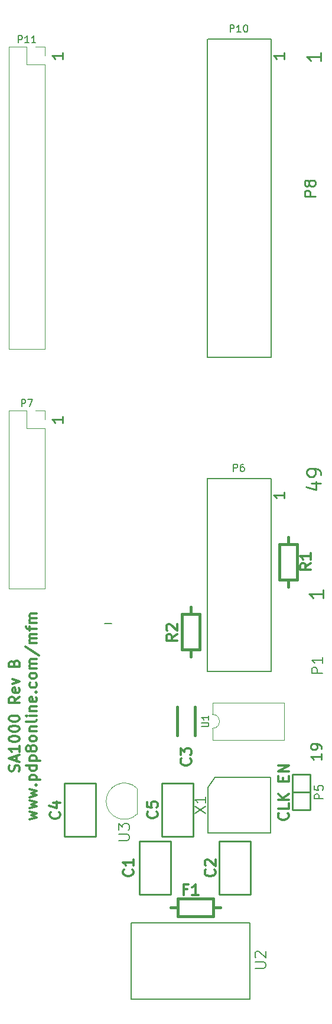
<source format=gto>
G04 #@! TF.FileFunction,Legend,Top*
%FSLAX46Y46*%
G04 Gerber Fmt 4.6, Leading zero omitted, Abs format (unit mm)*
G04 Created by KiCad (PCBNEW (after 2015-mar-04 BZR unknown)-product) date Fri 15 Feb 2019 07:31:32 AM EST*
%MOMM*%
G01*
G04 APERTURE LIST*
%ADD10C,0.020000*%
%ADD11C,0.200000*%
%ADD12C,0.300000*%
%ADD13C,0.254000*%
%ADD14C,0.304800*%
%ADD15C,0.152400*%
%ADD16C,0.120000*%
%ADD17C,0.248920*%
%ADD18C,0.381000*%
%ADD19C,0.203200*%
%ADD20C,0.150000*%
G04 APERTURE END LIST*
D10*
D11*
X88646000Y-111760000D02*
X89662000Y-111760000D01*
D12*
X76362057Y-132878287D02*
X76434629Y-132660573D01*
X76434629Y-132297716D01*
X76362057Y-132152573D01*
X76289486Y-132080002D01*
X76144343Y-132007430D01*
X75999200Y-132007430D01*
X75854057Y-132080002D01*
X75781486Y-132152573D01*
X75708914Y-132297716D01*
X75636343Y-132588002D01*
X75563771Y-132733144D01*
X75491200Y-132805716D01*
X75346057Y-132878287D01*
X75200914Y-132878287D01*
X75055771Y-132805716D01*
X74983200Y-132733144D01*
X74910629Y-132588002D01*
X74910629Y-132225144D01*
X74983200Y-132007430D01*
X75999200Y-131426858D02*
X75999200Y-130701144D01*
X76434629Y-131572001D02*
X74910629Y-131064001D01*
X76434629Y-130556001D01*
X76434629Y-129249715D02*
X76434629Y-130120572D01*
X76434629Y-129685144D02*
X74910629Y-129685144D01*
X75128343Y-129830287D01*
X75273486Y-129975429D01*
X75346057Y-130120572D01*
X74910629Y-128306286D02*
X74910629Y-128161143D01*
X74983200Y-128016000D01*
X75055771Y-127943429D01*
X75200914Y-127870858D01*
X75491200Y-127798286D01*
X75854057Y-127798286D01*
X76144343Y-127870858D01*
X76289486Y-127943429D01*
X76362057Y-128016000D01*
X76434629Y-128161143D01*
X76434629Y-128306286D01*
X76362057Y-128451429D01*
X76289486Y-128524000D01*
X76144343Y-128596572D01*
X75854057Y-128669143D01*
X75491200Y-128669143D01*
X75200914Y-128596572D01*
X75055771Y-128524000D01*
X74983200Y-128451429D01*
X74910629Y-128306286D01*
X74910629Y-126854857D02*
X74910629Y-126709714D01*
X74983200Y-126564571D01*
X75055771Y-126492000D01*
X75200914Y-126419429D01*
X75491200Y-126346857D01*
X75854057Y-126346857D01*
X76144343Y-126419429D01*
X76289486Y-126492000D01*
X76362057Y-126564571D01*
X76434629Y-126709714D01*
X76434629Y-126854857D01*
X76362057Y-127000000D01*
X76289486Y-127072571D01*
X76144343Y-127145143D01*
X75854057Y-127217714D01*
X75491200Y-127217714D01*
X75200914Y-127145143D01*
X75055771Y-127072571D01*
X74983200Y-127000000D01*
X74910629Y-126854857D01*
X74910629Y-125403428D02*
X74910629Y-125258285D01*
X74983200Y-125113142D01*
X75055771Y-125040571D01*
X75200914Y-124968000D01*
X75491200Y-124895428D01*
X75854057Y-124895428D01*
X76144343Y-124968000D01*
X76289486Y-125040571D01*
X76362057Y-125113142D01*
X76434629Y-125258285D01*
X76434629Y-125403428D01*
X76362057Y-125548571D01*
X76289486Y-125621142D01*
X76144343Y-125693714D01*
X75854057Y-125766285D01*
X75491200Y-125766285D01*
X75200914Y-125693714D01*
X75055771Y-125621142D01*
X74983200Y-125548571D01*
X74910629Y-125403428D01*
X76434629Y-122210285D02*
X75708914Y-122718285D01*
X76434629Y-123081142D02*
X74910629Y-123081142D01*
X74910629Y-122500570D01*
X74983200Y-122355428D01*
X75055771Y-122282856D01*
X75200914Y-122210285D01*
X75418629Y-122210285D01*
X75563771Y-122282856D01*
X75636343Y-122355428D01*
X75708914Y-122500570D01*
X75708914Y-123081142D01*
X76362057Y-120976570D02*
X76434629Y-121121713D01*
X76434629Y-121411999D01*
X76362057Y-121557142D01*
X76216914Y-121629713D01*
X75636343Y-121629713D01*
X75491200Y-121557142D01*
X75418629Y-121411999D01*
X75418629Y-121121713D01*
X75491200Y-120976570D01*
X75636343Y-120903999D01*
X75781486Y-120903999D01*
X75926629Y-121629713D01*
X75418629Y-120395999D02*
X76434629Y-120033142D01*
X75418629Y-119670284D01*
X75636343Y-117420570D02*
X75708914Y-117202856D01*
X75781486Y-117130284D01*
X75926629Y-117057713D01*
X76144343Y-117057713D01*
X76289486Y-117130284D01*
X76362057Y-117202856D01*
X76434629Y-117347998D01*
X76434629Y-117928570D01*
X74910629Y-117928570D01*
X74910629Y-117420570D01*
X74983200Y-117275427D01*
X75055771Y-117202856D01*
X75200914Y-117130284D01*
X75346057Y-117130284D01*
X75491200Y-117202856D01*
X75563771Y-117275427D01*
X75636343Y-117420570D01*
X75636343Y-117928570D01*
X77852229Y-139772570D02*
X78868229Y-139482284D01*
X78142514Y-139191998D01*
X78868229Y-138901713D01*
X77852229Y-138611427D01*
X77852229Y-138175999D02*
X78868229Y-137885713D01*
X78142514Y-137595427D01*
X78868229Y-137305142D01*
X77852229Y-137014856D01*
X77852229Y-136579428D02*
X78868229Y-136289142D01*
X78142514Y-135998856D01*
X78868229Y-135708571D01*
X77852229Y-135418285D01*
X78723086Y-134837714D02*
X78795657Y-134765142D01*
X78868229Y-134837714D01*
X78795657Y-134910285D01*
X78723086Y-134837714D01*
X78868229Y-134837714D01*
X77852229Y-134112000D02*
X79376229Y-134112000D01*
X77924800Y-134112000D02*
X77852229Y-133966857D01*
X77852229Y-133676571D01*
X77924800Y-133531428D01*
X77997371Y-133458857D01*
X78142514Y-133386286D01*
X78577943Y-133386286D01*
X78723086Y-133458857D01*
X78795657Y-133531428D01*
X78868229Y-133676571D01*
X78868229Y-133966857D01*
X78795657Y-134112000D01*
X78868229Y-132080000D02*
X77344229Y-132080000D01*
X78795657Y-132080000D02*
X78868229Y-132225143D01*
X78868229Y-132515429D01*
X78795657Y-132660571D01*
X78723086Y-132733143D01*
X78577943Y-132805714D01*
X78142514Y-132805714D01*
X77997371Y-132733143D01*
X77924800Y-132660571D01*
X77852229Y-132515429D01*
X77852229Y-132225143D01*
X77924800Y-132080000D01*
X77852229Y-131354286D02*
X79376229Y-131354286D01*
X77924800Y-131354286D02*
X77852229Y-131209143D01*
X77852229Y-130918857D01*
X77924800Y-130773714D01*
X77997371Y-130701143D01*
X78142514Y-130628572D01*
X78577943Y-130628572D01*
X78723086Y-130701143D01*
X78795657Y-130773714D01*
X78868229Y-130918857D01*
X78868229Y-131209143D01*
X78795657Y-131354286D01*
X77997371Y-129757715D02*
X77924800Y-129902857D01*
X77852229Y-129975429D01*
X77707086Y-130048000D01*
X77634514Y-130048000D01*
X77489371Y-129975429D01*
X77416800Y-129902857D01*
X77344229Y-129757715D01*
X77344229Y-129467429D01*
X77416800Y-129322286D01*
X77489371Y-129249715D01*
X77634514Y-129177143D01*
X77707086Y-129177143D01*
X77852229Y-129249715D01*
X77924800Y-129322286D01*
X77997371Y-129467429D01*
X77997371Y-129757715D01*
X78069943Y-129902857D01*
X78142514Y-129975429D01*
X78287657Y-130048000D01*
X78577943Y-130048000D01*
X78723086Y-129975429D01*
X78795657Y-129902857D01*
X78868229Y-129757715D01*
X78868229Y-129467429D01*
X78795657Y-129322286D01*
X78723086Y-129249715D01*
X78577943Y-129177143D01*
X78287657Y-129177143D01*
X78142514Y-129249715D01*
X78069943Y-129322286D01*
X77997371Y-129467429D01*
X78868229Y-128306286D02*
X78795657Y-128451428D01*
X78723086Y-128524000D01*
X78577943Y-128596571D01*
X78142514Y-128596571D01*
X77997371Y-128524000D01*
X77924800Y-128451428D01*
X77852229Y-128306286D01*
X77852229Y-128088571D01*
X77924800Y-127943428D01*
X77997371Y-127870857D01*
X78142514Y-127798286D01*
X78577943Y-127798286D01*
X78723086Y-127870857D01*
X78795657Y-127943428D01*
X78868229Y-128088571D01*
X78868229Y-128306286D01*
X77852229Y-127145143D02*
X78868229Y-127145143D01*
X77997371Y-127145143D02*
X77924800Y-127072571D01*
X77852229Y-126927429D01*
X77852229Y-126709714D01*
X77924800Y-126564571D01*
X78069943Y-126492000D01*
X78868229Y-126492000D01*
X78868229Y-125548572D02*
X78795657Y-125693714D01*
X78650514Y-125766286D01*
X77344229Y-125766286D01*
X78868229Y-124968000D02*
X77852229Y-124968000D01*
X77344229Y-124968000D02*
X77416800Y-125040571D01*
X77489371Y-124968000D01*
X77416800Y-124895428D01*
X77344229Y-124968000D01*
X77489371Y-124968000D01*
X77852229Y-124242286D02*
X78868229Y-124242286D01*
X77997371Y-124242286D02*
X77924800Y-124169714D01*
X77852229Y-124024572D01*
X77852229Y-123806857D01*
X77924800Y-123661714D01*
X78069943Y-123589143D01*
X78868229Y-123589143D01*
X78795657Y-122282857D02*
X78868229Y-122428000D01*
X78868229Y-122718286D01*
X78795657Y-122863429D01*
X78650514Y-122936000D01*
X78069943Y-122936000D01*
X77924800Y-122863429D01*
X77852229Y-122718286D01*
X77852229Y-122428000D01*
X77924800Y-122282857D01*
X78069943Y-122210286D01*
X78215086Y-122210286D01*
X78360229Y-122936000D01*
X78723086Y-121557143D02*
X78795657Y-121484571D01*
X78868229Y-121557143D01*
X78795657Y-121629714D01*
X78723086Y-121557143D01*
X78868229Y-121557143D01*
X78795657Y-120178286D02*
X78868229Y-120323429D01*
X78868229Y-120613715D01*
X78795657Y-120758857D01*
X78723086Y-120831429D01*
X78577943Y-120904000D01*
X78142514Y-120904000D01*
X77997371Y-120831429D01*
X77924800Y-120758857D01*
X77852229Y-120613715D01*
X77852229Y-120323429D01*
X77924800Y-120178286D01*
X78868229Y-119307429D02*
X78795657Y-119452571D01*
X78723086Y-119525143D01*
X78577943Y-119597714D01*
X78142514Y-119597714D01*
X77997371Y-119525143D01*
X77924800Y-119452571D01*
X77852229Y-119307429D01*
X77852229Y-119089714D01*
X77924800Y-118944571D01*
X77997371Y-118872000D01*
X78142514Y-118799429D01*
X78577943Y-118799429D01*
X78723086Y-118872000D01*
X78795657Y-118944571D01*
X78868229Y-119089714D01*
X78868229Y-119307429D01*
X78868229Y-118146286D02*
X77852229Y-118146286D01*
X77997371Y-118146286D02*
X77924800Y-118073714D01*
X77852229Y-117928572D01*
X77852229Y-117710857D01*
X77924800Y-117565714D01*
X78069943Y-117493143D01*
X78868229Y-117493143D01*
X78069943Y-117493143D02*
X77924800Y-117420572D01*
X77852229Y-117275429D01*
X77852229Y-117057714D01*
X77924800Y-116912572D01*
X78069943Y-116840000D01*
X78868229Y-116840000D01*
X77271657Y-115025714D02*
X79231086Y-116332000D01*
X78868229Y-114517715D02*
X77852229Y-114517715D01*
X77997371Y-114517715D02*
X77924800Y-114445143D01*
X77852229Y-114300001D01*
X77852229Y-114082286D01*
X77924800Y-113937143D01*
X78069943Y-113864572D01*
X78868229Y-113864572D01*
X78069943Y-113864572D02*
X77924800Y-113792001D01*
X77852229Y-113646858D01*
X77852229Y-113429143D01*
X77924800Y-113284001D01*
X78069943Y-113211429D01*
X78868229Y-113211429D01*
X77852229Y-112703429D02*
X77852229Y-112122858D01*
X78868229Y-112485715D02*
X77561943Y-112485715D01*
X77416800Y-112413143D01*
X77344229Y-112268001D01*
X77344229Y-112122858D01*
X78868229Y-111614858D02*
X77852229Y-111614858D01*
X77997371Y-111614858D02*
X77924800Y-111542286D01*
X77852229Y-111397144D01*
X77852229Y-111179429D01*
X77924800Y-111034286D01*
X78069943Y-110961715D01*
X78868229Y-110961715D01*
X78069943Y-110961715D02*
X77924800Y-110889144D01*
X77852229Y-110744001D01*
X77852229Y-110526286D01*
X77924800Y-110381144D01*
X78069943Y-110308572D01*
X78868229Y-110308572D01*
D13*
X82604429Y-82114571D02*
X82604429Y-82985428D01*
X82604429Y-82550000D02*
X81080429Y-82550000D01*
X81298143Y-82695143D01*
X81443286Y-82840285D01*
X81515857Y-82985428D01*
X82604429Y-30044571D02*
X82604429Y-30915428D01*
X82604429Y-30480000D02*
X81080429Y-30480000D01*
X81298143Y-30625143D01*
X81443286Y-30770285D01*
X81515857Y-30915428D01*
X114354429Y-30044571D02*
X114354429Y-30915428D01*
X114354429Y-30480000D02*
X112830429Y-30480000D01*
X113048143Y-30625143D01*
X113193286Y-30770285D01*
X113265857Y-30915428D01*
X114354429Y-92909571D02*
X114354429Y-93780428D01*
X114354429Y-93345000D02*
X112830429Y-93345000D01*
X113048143Y-93490143D01*
X113193286Y-93635285D01*
X113265857Y-93780428D01*
D14*
X114844286Y-138865428D02*
X114916857Y-138937999D01*
X114989429Y-139155713D01*
X114989429Y-139300856D01*
X114916857Y-139518571D01*
X114771714Y-139663713D01*
X114626571Y-139736285D01*
X114336286Y-139808856D01*
X114118571Y-139808856D01*
X113828286Y-139736285D01*
X113683143Y-139663713D01*
X113538000Y-139518571D01*
X113465429Y-139300856D01*
X113465429Y-139155713D01*
X113538000Y-138937999D01*
X113610571Y-138865428D01*
X114989429Y-137486571D02*
X114989429Y-138212285D01*
X113465429Y-138212285D01*
X114989429Y-136978571D02*
X113465429Y-136978571D01*
X114989429Y-136107714D02*
X114118571Y-136760857D01*
X113465429Y-136107714D02*
X114336286Y-136978571D01*
X114191143Y-134293428D02*
X114191143Y-133785428D01*
X114989429Y-133567714D02*
X114989429Y-134293428D01*
X113465429Y-134293428D01*
X113465429Y-133567714D01*
X114989429Y-132914571D02*
X113465429Y-132914571D01*
X114989429Y-132043714D01*
X113465429Y-132043714D01*
D15*
X92456000Y-165481000D02*
X93726000Y-165481000D01*
X92456000Y-154559000D02*
X93726000Y-154559000D01*
X109474000Y-154559000D02*
X109474000Y-165481000D01*
X109474000Y-165481000D02*
X93726000Y-165481000D01*
X92456000Y-165481000D02*
X92456000Y-154559000D01*
X93726000Y-154559000D02*
X109474000Y-154559000D01*
D13*
X115570000Y-135890000D02*
X118110000Y-135890000D01*
X115570000Y-138430000D02*
X118110000Y-138430000D01*
X118110000Y-138430000D02*
X118110000Y-135890000D01*
X118110000Y-135890000D02*
X118110000Y-133350000D01*
X118110000Y-133350000D02*
X115570000Y-133350000D01*
X115570000Y-133350000D02*
X115570000Y-138430000D01*
D15*
X111912400Y-28092400D02*
X112522000Y-28092400D01*
X112522000Y-28092400D02*
X112522000Y-28244800D01*
X104546400Y-28092400D02*
X103428800Y-28092400D01*
X103378000Y-73609200D02*
X104444800Y-73609200D01*
X112217200Y-73609200D02*
X112522000Y-73609200D01*
X112522000Y-73609200D02*
X112522000Y-73558400D01*
X112522000Y-28244800D02*
X112522000Y-73609200D01*
X103378000Y-73609200D02*
X103378000Y-28041600D01*
X112217200Y-73609200D02*
X104444800Y-73609200D01*
X111963200Y-28092400D02*
X104546400Y-28092400D01*
X104546400Y-28092400D02*
X104597200Y-28092400D01*
X111912400Y-90957400D02*
X112522000Y-90957400D01*
X112522000Y-90957400D02*
X112522000Y-91109800D01*
X104546400Y-90957400D02*
X103428800Y-90957400D01*
X103327200Y-118592600D02*
X104394000Y-118592600D01*
X112166400Y-118592600D02*
X112471200Y-118592600D01*
X112471200Y-118592600D02*
X112471200Y-118541800D01*
X112522000Y-91109800D02*
X112522000Y-118592600D01*
X103378000Y-118592600D02*
X103378000Y-90906600D01*
X112166400Y-118592600D02*
X104394000Y-118592600D01*
X111963200Y-90957400D02*
X104546400Y-90957400D01*
X104546400Y-90957400D02*
X104597200Y-90957400D01*
D16*
X93290000Y-138960000D02*
X93290000Y-135360000D01*
X93278478Y-138998478D02*
G75*
G02X88840000Y-137160000I-1838478J1838478D01*
G01*
X93278478Y-135321522D02*
G75*
G03X88840000Y-137160000I-1838478J-1838478D01*
G01*
D17*
X93649800Y-150495000D02*
X98120200Y-150495000D01*
X93649800Y-142875000D02*
X98120200Y-142875000D01*
D13*
X98120200Y-142875000D02*
X98120200Y-150495000D01*
X93649800Y-150495000D02*
X93649800Y-142875000D01*
D17*
X109550200Y-142875000D02*
X105079800Y-142875000D01*
X109550200Y-150495000D02*
X105079800Y-150495000D01*
D13*
X105079800Y-150495000D02*
X105079800Y-142875000D01*
X109550200Y-142875000D02*
X109550200Y-150495000D01*
D18*
X99060000Y-123698000D02*
X99060000Y-127762000D01*
X101600000Y-127762000D02*
X101600000Y-123698000D01*
D16*
X80070000Y-106740000D02*
X74870000Y-106740000D01*
X80070000Y-83820000D02*
X80070000Y-106740000D01*
X74870000Y-81220000D02*
X74870000Y-106740000D01*
X80070000Y-83820000D02*
X77470000Y-83820000D01*
X77470000Y-83820000D02*
X77470000Y-81220000D01*
X77470000Y-81220000D02*
X74870000Y-81220000D01*
X80070000Y-82550000D02*
X80070000Y-81220000D01*
X80070000Y-81220000D02*
X78740000Y-81220000D01*
X80070000Y-72450000D02*
X74870000Y-72450000D01*
X80070000Y-31750000D02*
X80070000Y-72450000D01*
X74870000Y-29150000D02*
X74870000Y-72450000D01*
X80070000Y-31750000D02*
X77470000Y-31750000D01*
X77470000Y-31750000D02*
X77470000Y-29150000D01*
X77470000Y-29150000D02*
X74870000Y-29150000D01*
X80070000Y-30480000D02*
X80070000Y-29150000D01*
X80070000Y-29150000D02*
X78740000Y-29150000D01*
X104080000Y-124730000D02*
G75*
G02X104080000Y-126730000I0J-1000000D01*
G01*
X104080000Y-126730000D02*
X104080000Y-128380000D01*
X104080000Y-128380000D02*
X114360000Y-128380000D01*
X114360000Y-128380000D02*
X114360000Y-123080000D01*
X114360000Y-123080000D02*
X104080000Y-123080000D01*
X104080000Y-123080000D02*
X104080000Y-124730000D01*
D17*
X87325200Y-134620000D02*
X82854800Y-134620000D01*
X87325200Y-142240000D02*
X82854800Y-142240000D01*
D13*
X82854800Y-142240000D02*
X82854800Y-134620000D01*
X87325200Y-134620000D02*
X87325200Y-142240000D01*
D17*
X96824800Y-142240000D02*
X101295200Y-142240000D01*
X96824800Y-134620000D02*
X101295200Y-134620000D01*
D13*
X101295200Y-134620000D02*
X101295200Y-142240000D01*
X96824800Y-142240000D02*
X96824800Y-134620000D01*
D15*
X103410000Y-141700000D02*
X103410000Y-135200000D01*
X103410000Y-135200000D02*
X104410000Y-133700000D01*
X104410000Y-133700000D02*
X111910000Y-133700000D01*
X111910000Y-133700000D02*
X112410000Y-133700000D01*
X112410000Y-133700000D02*
X112410000Y-141700000D01*
X112410000Y-141700000D02*
X103410000Y-141700000D01*
D18*
X114935000Y-100408740D02*
X114935000Y-99392740D01*
X114935000Y-105488740D02*
X114935000Y-106504740D01*
X116205000Y-100408740D02*
X116205000Y-105488740D01*
X116205000Y-105488740D02*
X113665000Y-105488740D01*
X113665000Y-105488740D02*
X113665000Y-100408740D01*
X113665000Y-100408740D02*
X116205000Y-100408740D01*
X100965000Y-115491260D02*
X100965000Y-116507260D01*
X100965000Y-110411260D02*
X100965000Y-109395260D01*
X99695000Y-115491260D02*
X99695000Y-110411260D01*
X99695000Y-110411260D02*
X102235000Y-110411260D01*
X102235000Y-110411260D02*
X102235000Y-115491260D01*
X102235000Y-115491260D02*
X99695000Y-115491260D01*
X99138740Y-152400000D02*
X98122740Y-152400000D01*
X104218740Y-152400000D02*
X105234740Y-152400000D01*
X99138740Y-151130000D02*
X104218740Y-151130000D01*
X104218740Y-151130000D02*
X104218740Y-153670000D01*
X104218740Y-153670000D02*
X99138740Y-153670000D01*
X99138740Y-153670000D02*
X99138740Y-151130000D01*
D15*
X110163429Y-161054143D02*
X111397143Y-161054143D01*
X111542286Y-160981571D01*
X111614857Y-160909000D01*
X111687429Y-160763857D01*
X111687429Y-160473571D01*
X111614857Y-160328429D01*
X111542286Y-160255857D01*
X111397143Y-160183286D01*
X110163429Y-160183286D01*
X110308571Y-159530143D02*
X110236000Y-159457572D01*
X110163429Y-159312429D01*
X110163429Y-158949572D01*
X110236000Y-158804429D01*
X110308571Y-158731858D01*
X110453714Y-158659286D01*
X110598857Y-158659286D01*
X110816571Y-158731858D01*
X111687429Y-159602715D01*
X111687429Y-158659286D01*
D19*
X119954524Y-136827381D02*
X118684524Y-136827381D01*
X118684524Y-136343572D01*
X118745000Y-136222619D01*
X118805476Y-136162143D01*
X118926429Y-136101667D01*
X119107857Y-136101667D01*
X119228810Y-136162143D01*
X119289286Y-136222619D01*
X119349762Y-136343572D01*
X119349762Y-136827381D01*
X118684524Y-134952619D02*
X118684524Y-135557381D01*
X119289286Y-135617857D01*
X119228810Y-135557381D01*
X119168333Y-135436429D01*
X119168333Y-135134048D01*
X119228810Y-135013095D01*
X119289286Y-134952619D01*
X119410238Y-134892143D01*
X119712619Y-134892143D01*
X119833571Y-134952619D01*
X119894048Y-135013095D01*
X119954524Y-135134048D01*
X119954524Y-135436429D01*
X119894048Y-135557381D01*
X119833571Y-135617857D01*
D15*
X106614686Y-27078819D02*
X106614686Y-26062819D01*
X107001733Y-26062819D01*
X107098495Y-26111200D01*
X107146876Y-26159581D01*
X107195257Y-26256343D01*
X107195257Y-26401486D01*
X107146876Y-26498248D01*
X107098495Y-26546629D01*
X107001733Y-26595010D01*
X106614686Y-26595010D01*
X108162876Y-27078819D02*
X107582305Y-27078819D01*
X107872591Y-27078819D02*
X107872591Y-26062819D01*
X107775829Y-26207962D01*
X107679067Y-26304724D01*
X107582305Y-26353105D01*
X108791829Y-26062819D02*
X108888590Y-26062819D01*
X108985352Y-26111200D01*
X109033733Y-26159581D01*
X109082114Y-26256343D01*
X109130495Y-26449867D01*
X109130495Y-26691771D01*
X109082114Y-26885295D01*
X109033733Y-26982057D01*
X108985352Y-27030438D01*
X108888590Y-27078819D01*
X108791829Y-27078819D01*
X108695067Y-27030438D01*
X108646686Y-26982057D01*
X108598305Y-26885295D01*
X108549924Y-26691771D01*
X108549924Y-26449867D01*
X108598305Y-26256343D01*
X108646686Y-26159581D01*
X108695067Y-26111200D01*
X108791829Y-26062819D01*
X107098496Y-89943819D02*
X107098496Y-88927819D01*
X107485543Y-88927819D01*
X107582305Y-88976200D01*
X107630686Y-89024581D01*
X107679067Y-89121343D01*
X107679067Y-89266486D01*
X107630686Y-89363248D01*
X107582305Y-89411629D01*
X107485543Y-89460010D01*
X107098496Y-89460010D01*
X108549924Y-88927819D02*
X108356401Y-88927819D01*
X108259639Y-88976200D01*
X108211258Y-89024581D01*
X108114496Y-89169724D01*
X108066115Y-89363248D01*
X108066115Y-89750295D01*
X108114496Y-89847057D01*
X108162877Y-89895438D01*
X108259639Y-89943819D01*
X108453162Y-89943819D01*
X108549924Y-89895438D01*
X108598305Y-89847057D01*
X108646686Y-89750295D01*
X108646686Y-89508390D01*
X108598305Y-89411629D01*
X108549924Y-89363248D01*
X108453162Y-89314867D01*
X108259639Y-89314867D01*
X108162877Y-89363248D01*
X108114496Y-89411629D01*
X108066115Y-89508390D01*
X90605429Y-142766143D02*
X91839143Y-142766143D01*
X91984286Y-142693571D01*
X92056857Y-142621000D01*
X92129429Y-142475857D01*
X92129429Y-142185571D01*
X92056857Y-142040429D01*
X91984286Y-141967857D01*
X91839143Y-141895286D01*
X90605429Y-141895286D01*
X90605429Y-141314715D02*
X90605429Y-140371286D01*
X91186000Y-140879286D01*
X91186000Y-140661572D01*
X91258571Y-140516429D01*
X91331143Y-140443858D01*
X91476286Y-140371286D01*
X91839143Y-140371286D01*
X91984286Y-140443858D01*
X92056857Y-140516429D01*
X92129429Y-140661572D01*
X92129429Y-141097000D01*
X92056857Y-141242143D01*
X91984286Y-141314715D01*
D13*
X118799429Y-50604057D02*
X117275429Y-50604057D01*
X117275429Y-50023485D01*
X117348000Y-49878343D01*
X117420571Y-49805771D01*
X117565714Y-49733200D01*
X117783429Y-49733200D01*
X117928571Y-49805771D01*
X118001143Y-49878343D01*
X118073714Y-50023485D01*
X118073714Y-50604057D01*
X117928571Y-48862343D02*
X117856000Y-49007485D01*
X117783429Y-49080057D01*
X117638286Y-49152628D01*
X117565714Y-49152628D01*
X117420571Y-49080057D01*
X117348000Y-49007485D01*
X117275429Y-48862343D01*
X117275429Y-48572057D01*
X117348000Y-48426914D01*
X117420571Y-48354343D01*
X117565714Y-48281771D01*
X117638286Y-48281771D01*
X117783429Y-48354343D01*
X117856000Y-48426914D01*
X117928571Y-48572057D01*
X117928571Y-48862343D01*
X118001143Y-49007485D01*
X118073714Y-49080057D01*
X118218857Y-49152628D01*
X118509143Y-49152628D01*
X118654286Y-49080057D01*
X118726857Y-49007485D01*
X118799429Y-48862343D01*
X118799429Y-48572057D01*
X118726857Y-48426914D01*
X118654286Y-48354343D01*
X118509143Y-48281771D01*
X118218857Y-48281771D01*
X118073714Y-48354343D01*
X118001143Y-48426914D01*
X117928571Y-48572057D01*
X118284171Y-91664971D02*
X119638838Y-91664971D01*
X117510076Y-92148781D02*
X118961505Y-92632590D01*
X118961505Y-91374686D01*
X119638838Y-90503829D02*
X119638838Y-90116781D01*
X119542076Y-89923257D01*
X119445314Y-89826495D01*
X119155029Y-89632971D01*
X118767981Y-89536210D01*
X117993886Y-89536210D01*
X117800362Y-89632971D01*
X117703600Y-89729733D01*
X117606838Y-89923257D01*
X117606838Y-90310305D01*
X117703600Y-90503829D01*
X117800362Y-90600590D01*
X117993886Y-90697352D01*
X118477695Y-90697352D01*
X118671219Y-90600590D01*
X118767981Y-90503829D01*
X118864743Y-90310305D01*
X118864743Y-89923257D01*
X118767981Y-89729733D01*
X118671219Y-89632971D01*
X118477695Y-89536210D01*
X119588038Y-30051829D02*
X119588038Y-31212971D01*
X119588038Y-30632400D02*
X117556038Y-30632400D01*
X117846324Y-30825924D01*
X118039848Y-31019448D01*
X118136610Y-31212971D01*
D14*
X92619286Y-146939000D02*
X92691857Y-147011571D01*
X92764429Y-147229285D01*
X92764429Y-147374428D01*
X92691857Y-147592143D01*
X92546714Y-147737285D01*
X92401571Y-147809857D01*
X92111286Y-147882428D01*
X91893571Y-147882428D01*
X91603286Y-147809857D01*
X91458143Y-147737285D01*
X91313000Y-147592143D01*
X91240429Y-147374428D01*
X91240429Y-147229285D01*
X91313000Y-147011571D01*
X91385571Y-146939000D01*
X92764429Y-145487571D02*
X92764429Y-146358428D01*
X92764429Y-145923000D02*
X91240429Y-145923000D01*
X91458143Y-146068143D01*
X91603286Y-146213285D01*
X91675857Y-146358428D01*
X104354086Y-146964400D02*
X104426657Y-147036971D01*
X104499229Y-147254685D01*
X104499229Y-147399828D01*
X104426657Y-147617543D01*
X104281514Y-147762685D01*
X104136371Y-147835257D01*
X103846086Y-147907828D01*
X103628371Y-147907828D01*
X103338086Y-147835257D01*
X103192943Y-147762685D01*
X103047800Y-147617543D01*
X102975229Y-147399828D01*
X102975229Y-147254685D01*
X103047800Y-147036971D01*
X103120371Y-146964400D01*
X103120371Y-146383828D02*
X103047800Y-146311257D01*
X102975229Y-146166114D01*
X102975229Y-145803257D01*
X103047800Y-145658114D01*
X103120371Y-145585543D01*
X103265514Y-145512971D01*
X103410657Y-145512971D01*
X103628371Y-145585543D01*
X104499229Y-146456400D01*
X104499229Y-145512971D01*
D19*
X119815429Y-118878857D02*
X118291429Y-118878857D01*
X118291429Y-118298285D01*
X118364000Y-118153143D01*
X118436571Y-118080571D01*
X118581714Y-118008000D01*
X118799429Y-118008000D01*
X118944571Y-118080571D01*
X119017143Y-118153143D01*
X119089714Y-118298285D01*
X119089714Y-118878857D01*
X119815429Y-116556571D02*
X119815429Y-117427428D01*
X119815429Y-116992000D02*
X118291429Y-116992000D01*
X118509143Y-117137143D01*
X118654286Y-117282285D01*
X118726857Y-117427428D01*
D13*
X119688429Y-130363286D02*
X119688429Y-131234143D01*
X119688429Y-130798715D02*
X118164429Y-130798715D01*
X118382143Y-130943858D01*
X118527286Y-131089000D01*
X118599857Y-131234143D01*
X119688429Y-129637571D02*
X119688429Y-129347286D01*
X119615857Y-129202143D01*
X119543286Y-129129571D01*
X119325571Y-128984429D01*
X119035286Y-128911857D01*
X118454714Y-128911857D01*
X118309571Y-128984429D01*
X118237000Y-129057000D01*
X118164429Y-129202143D01*
X118164429Y-129492429D01*
X118237000Y-129637571D01*
X118309571Y-129710143D01*
X118454714Y-129782714D01*
X118817571Y-129782714D01*
X118962714Y-129710143D01*
X119035286Y-129637571D01*
X119107857Y-129492429D01*
X119107857Y-129202143D01*
X119035286Y-129057000D01*
X118962714Y-128984429D01*
X118817571Y-128911857D01*
X119918238Y-106886429D02*
X119918238Y-108047571D01*
X119918238Y-107467000D02*
X117886238Y-107467000D01*
X118176524Y-107660524D01*
X118370048Y-107854048D01*
X118466810Y-108047571D01*
D14*
X100874286Y-131064000D02*
X100946857Y-131136571D01*
X101019429Y-131354285D01*
X101019429Y-131499428D01*
X100946857Y-131717143D01*
X100801714Y-131862285D01*
X100656571Y-131934857D01*
X100366286Y-132007428D01*
X100148571Y-132007428D01*
X99858286Y-131934857D01*
X99713143Y-131862285D01*
X99568000Y-131717143D01*
X99495429Y-131499428D01*
X99495429Y-131354285D01*
X99568000Y-131136571D01*
X99640571Y-131064000D01*
X99495429Y-130556000D02*
X99495429Y-129612571D01*
X100076000Y-130120571D01*
X100076000Y-129902857D01*
X100148571Y-129757714D01*
X100221143Y-129685143D01*
X100366286Y-129612571D01*
X100729143Y-129612571D01*
X100874286Y-129685143D01*
X100946857Y-129757714D01*
X101019429Y-129902857D01*
X101019429Y-130338285D01*
X100946857Y-130483428D01*
X100874286Y-130556000D01*
D20*
X76731905Y-80672381D02*
X76731905Y-79672381D01*
X77112858Y-79672381D01*
X77208096Y-79720000D01*
X77255715Y-79767619D01*
X77303334Y-79862857D01*
X77303334Y-80005714D01*
X77255715Y-80100952D01*
X77208096Y-80148571D01*
X77112858Y-80196190D01*
X76731905Y-80196190D01*
X77636667Y-79672381D02*
X78303334Y-79672381D01*
X77874762Y-80672381D01*
X76255714Y-28602381D02*
X76255714Y-27602381D01*
X76636667Y-27602381D01*
X76731905Y-27650000D01*
X76779524Y-27697619D01*
X76827143Y-27792857D01*
X76827143Y-27935714D01*
X76779524Y-28030952D01*
X76731905Y-28078571D01*
X76636667Y-28126190D01*
X76255714Y-28126190D01*
X77779524Y-28602381D02*
X77208095Y-28602381D01*
X77493809Y-28602381D02*
X77493809Y-27602381D01*
X77398571Y-27745238D01*
X77303333Y-27840476D01*
X77208095Y-27888095D01*
X78731905Y-28602381D02*
X78160476Y-28602381D01*
X78446190Y-28602381D02*
X78446190Y-27602381D01*
X78350952Y-27745238D01*
X78255714Y-27840476D01*
X78160476Y-27888095D01*
X102532381Y-126491905D02*
X103341905Y-126491905D01*
X103437143Y-126444286D01*
X103484762Y-126396667D01*
X103532381Y-126301429D01*
X103532381Y-126110952D01*
X103484762Y-126015714D01*
X103437143Y-125968095D01*
X103341905Y-125920476D01*
X102532381Y-125920476D01*
X103532381Y-124920476D02*
X103532381Y-125491905D01*
X103532381Y-125206191D02*
X102532381Y-125206191D01*
X102675238Y-125301429D01*
X102770476Y-125396667D01*
X102818095Y-125491905D01*
D14*
X82129086Y-138709400D02*
X82201657Y-138781971D01*
X82274229Y-138999685D01*
X82274229Y-139144828D01*
X82201657Y-139362543D01*
X82056514Y-139507685D01*
X81911371Y-139580257D01*
X81621086Y-139652828D01*
X81403371Y-139652828D01*
X81113086Y-139580257D01*
X80967943Y-139507685D01*
X80822800Y-139362543D01*
X80750229Y-139144828D01*
X80750229Y-138999685D01*
X80822800Y-138781971D01*
X80895371Y-138709400D01*
X81258229Y-137403114D02*
X82274229Y-137403114D01*
X80677657Y-137765971D02*
X81766229Y-138128828D01*
X81766229Y-137185400D01*
X96060986Y-138645900D02*
X96133557Y-138718471D01*
X96206129Y-138936185D01*
X96206129Y-139081328D01*
X96133557Y-139299043D01*
X95988414Y-139444185D01*
X95843271Y-139516757D01*
X95552986Y-139589328D01*
X95335271Y-139589328D01*
X95044986Y-139516757D01*
X94899843Y-139444185D01*
X94754700Y-139299043D01*
X94682129Y-139081328D01*
X94682129Y-138936185D01*
X94754700Y-138718471D01*
X94827271Y-138645900D01*
X94682129Y-137267043D02*
X94682129Y-137992757D01*
X95407843Y-138065328D01*
X95335271Y-137992757D01*
X95262700Y-137847614D01*
X95262700Y-137484757D01*
X95335271Y-137339614D01*
X95407843Y-137267043D01*
X95552986Y-137194471D01*
X95915843Y-137194471D01*
X96060986Y-137267043D01*
X96133557Y-137339614D01*
X96206129Y-137484757D01*
X96206129Y-137847614D01*
X96133557Y-137992757D01*
X96060986Y-138065328D01*
D15*
X101575429Y-138933715D02*
X103099429Y-137917715D01*
X101575429Y-137917715D02*
X103099429Y-138933715D01*
X103099429Y-136538857D02*
X103099429Y-137409714D01*
X103099429Y-136974286D02*
X101575429Y-136974286D01*
X101793143Y-137119429D01*
X101938286Y-137264571D01*
X102010857Y-137409714D01*
D14*
X118164429Y-103124000D02*
X117438714Y-103632000D01*
X118164429Y-103994857D02*
X116640429Y-103994857D01*
X116640429Y-103414285D01*
X116713000Y-103269143D01*
X116785571Y-103196571D01*
X116930714Y-103124000D01*
X117148429Y-103124000D01*
X117293571Y-103196571D01*
X117366143Y-103269143D01*
X117438714Y-103414285D01*
X117438714Y-103994857D01*
X118164429Y-101672571D02*
X118164429Y-102543428D01*
X118164429Y-102108000D02*
X116640429Y-102108000D01*
X116858143Y-102253143D01*
X117003286Y-102398285D01*
X117075857Y-102543428D01*
X98987429Y-113284000D02*
X98261714Y-113792000D01*
X98987429Y-114154857D02*
X97463429Y-114154857D01*
X97463429Y-113574285D01*
X97536000Y-113429143D01*
X97608571Y-113356571D01*
X97753714Y-113284000D01*
X97971429Y-113284000D01*
X98116571Y-113356571D01*
X98189143Y-113429143D01*
X98261714Y-113574285D01*
X98261714Y-114154857D01*
X97608571Y-112703428D02*
X97536000Y-112630857D01*
X97463429Y-112485714D01*
X97463429Y-112122857D01*
X97536000Y-111977714D01*
X97608571Y-111905143D01*
X97753714Y-111832571D01*
X97898857Y-111832571D01*
X98116571Y-111905143D01*
X98987429Y-112776000D01*
X98987429Y-111832571D01*
X100457000Y-149751143D02*
X99949000Y-149751143D01*
X99949000Y-150549429D02*
X99949000Y-149025429D01*
X100674714Y-149025429D01*
X102053572Y-150549429D02*
X101182715Y-150549429D01*
X101618143Y-150549429D02*
X101618143Y-149025429D01*
X101473000Y-149243143D01*
X101327858Y-149388286D01*
X101182715Y-149460857D01*
M02*

</source>
